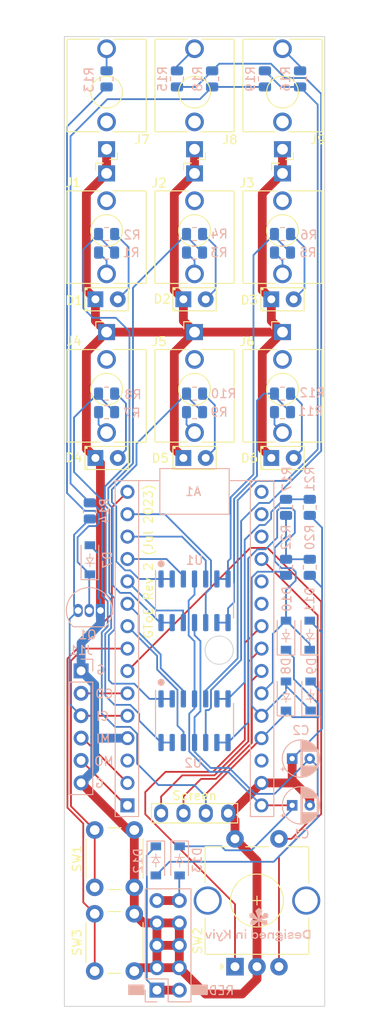
<source format=kicad_pcb>
(kicad_pcb (version 20211014) (generator pcbnew)

  (general
    (thickness 1.6)
  )

  (paper "A4")
  (layers
    (0 "F.Cu" signal)
    (31 "B.Cu" signal)
    (32 "B.Adhes" user "B.Adhesive")
    (33 "F.Adhes" user "F.Adhesive")
    (34 "B.Paste" user)
    (35 "F.Paste" user)
    (36 "B.SilkS" user "B.Silkscreen")
    (37 "F.SilkS" user "F.Silkscreen")
    (38 "B.Mask" user)
    (39 "F.Mask" user)
    (40 "Dwgs.User" user "User.Drawings")
    (41 "Cmts.User" user "User.Comments")
    (42 "Eco1.User" user "User.Eco1")
    (43 "Eco2.User" user "User.Eco2")
    (44 "Edge.Cuts" user)
    (45 "Margin" user)
    (46 "B.CrtYd" user "B.Courtyard")
    (47 "F.CrtYd" user "F.Courtyard")
    (48 "B.Fab" user)
    (49 "F.Fab" user)
    (50 "User.1" user)
    (51 "User.2" user)
    (52 "User.3" user)
    (53 "User.4" user)
    (54 "User.5" user)
    (55 "User.6" user)
    (56 "User.7" user)
    (57 "User.8" user)
    (58 "User.9" user)
  )

  (setup
    (stackup
      (layer "F.SilkS" (type "Top Silk Screen"))
      (layer "F.Paste" (type "Top Solder Paste"))
      (layer "F.Mask" (type "Top Solder Mask") (thickness 0.01))
      (layer "F.Cu" (type "copper") (thickness 0.035))
      (layer "dielectric 1" (type "core") (thickness 1.51) (material "FR4") (epsilon_r 4.5) (loss_tangent 0.02))
      (layer "B.Cu" (type "copper") (thickness 0.035))
      (layer "B.Mask" (type "Bottom Solder Mask") (thickness 0.01))
      (layer "B.Paste" (type "Bottom Solder Paste"))
      (layer "B.SilkS" (type "Bottom Silk Screen"))
      (copper_finish "None")
      (dielectric_constraints no)
    )
    (pad_to_mask_clearance 0)
    (aux_axis_origin 100 40)
    (pcbplotparams
      (layerselection 0x00010f0_ffffffff)
      (disableapertmacros false)
      (usegerberextensions false)
      (usegerberattributes true)
      (usegerberadvancedattributes true)
      (creategerberjobfile true)
      (svguseinch false)
      (svgprecision 6)
      (excludeedgelayer true)
      (plotframeref false)
      (viasonmask false)
      (mode 1)
      (useauxorigin false)
      (hpglpennumber 1)
      (hpglpenspeed 20)
      (hpglpendiameter 15.000000)
      (dxfpolygonmode true)
      (dxfimperialunits true)
      (dxfusepcbnewfont true)
      (psnegative false)
      (psa4output false)
      (plotreference true)
      (plotvalue true)
      (plotinvisibletext false)
      (sketchpadsonfab false)
      (subtractmaskfromsilk false)
      (outputformat 1)
      (mirror false)
      (drillshape 0)
      (scaleselection 1)
      (outputdirectory "Board Gerbers rev2/")
    )
  )

  (net 0 "")
  (net 1 "Serial Out")
  (net 2 "Serial In")
  (net 3 "unconnected-(A1-Pad3)")
  (net 4 "GND")
  (net 5 "DIGITAL INPUT")
  (net 6 "ENC_D2")
  (net 7 "ENC_D1")
  (net 8 "Channel 1")
  (net 9 "Channel 3")
  (net 10 "Channel 4")
  (net 11 "Channel 6")
  (net 12 "START STOP BTN")
  (net 13 "SHIFT BTN")
  (net 14 "24ppqn OUT")
  (net 15 "unconnected-(A1-Pad17)")
  (net 16 "unconnected-(A1-Pad18)")
  (net 17 "unconnected-(A1-Pad20)")
  (net 18 "unconnected-(A1-Pad21)")
  (net 19 "ENC_BTN")
  (net 20 "I2C SDA")
  (net 21 "I2C SCL")
  (net 22 "+5V")
  (net 23 "unconnected-(A1-Pad28)")
  (net 24 "+12V")
  (net 25 "Net-(D1-Pad2)")
  (net 26 "Net-(D2-Pad2)")
  (net 27 "Net-(D3-Pad2)")
  (net 28 "Net-(D4-Pad2)")
  (net 29 "Net-(D5-Pad2)")
  (net 30 "Net-(D6-Pad2)")
  (net 31 "Net-(D7-Pad1)")
  (net 32 "Net-(J1-PadT)")
  (net 33 "unconnected-(J1-PadTN)")
  (net 34 "Net-(J2-PadT)")
  (net 35 "unconnected-(J2-PadTN)")
  (net 36 "Net-(J3-PadT)")
  (net 37 "unconnected-(J3-PadTN)")
  (net 38 "Net-(J4-PadT)")
  (net 39 "unconnected-(J4-PadTN)")
  (net 40 "Net-(J5-PadT)")
  (net 41 "unconnected-(J5-PadTN)")
  (net 42 "Net-(J6-PadT)")
  (net 43 "unconnected-(J6-PadTN)")
  (net 44 "Net-(J7-PadT)")
  (net 45 "unconnected-(J7-PadTN)")
  (net 46 "Net-(J8-PadT)")
  (net 47 "unconnected-(J8-PadTN)")
  (net 48 "Net-(J9-PadT)")
  (net 49 "unconnected-(J9-PadTN)")
  (net 50 "CV2 INPUT")
  (net 51 "-12V")
  (net 52 "CV1 INPUT")
  (net 53 "unconnected-(A1-Pad16)")
  (net 54 "Net-(D12-Pad1)")
  (net 55 "Net-(D13-Pad2)")
  (net 56 "Net-(R1-Pad1)")
  (net 57 "Net-(R3-Pad1)")
  (net 58 "Net-(R5-Pad1)")
  (net 59 "Net-(R7-Pad1)")
  (net 60 "Net-(R10-Pad2)")
  (net 61 "Net-(R11-Pad1)")
  (net 62 "Net-(R17-Pad2)")
  (net 63 "Net-(R15-Pad2)")
  (net 64 "Net-(R16-Pad2)")
  (net 65 "Net-(R20-Pad1)")
  (net 66 "Channel 2")
  (net 67 "Channel 5")

  (footprint "gtoe:thonkiconn" (layer "F.Cu") (at 124.8 46.3 180))

  (footprint "gtoe:button" (layer "F.Cu") (at 105.7 142.75 90))

  (footprint "gtoe:FlatTopLed" (layer "F.Cu") (at 114.8 87.8))

  (footprint "gtoe:thonkiconn" (layer "F.Cu") (at 114.8 62))

  (footprint "gtoe:I2C SSD1306" (layer "F.Cu") (at 114.8 115.6 180))

  (footprint "gtoe:thonkiconn" (layer "F.Cu") (at 114.8 80))

  (footprint "gtoe:FlatTopLed" (layer "F.Cu") (at 104.8 87.8))

  (footprint "gtoe:FlatTopLed" (layer "F.Cu") (at 124.8 69.8))

  (footprint "gtoe:thonkiconn" (layer "F.Cu") (at 124.8 62))

  (footprint "gtoe:FlatTopLed" (layer "F.Cu") (at 114.8 69.8))

  (footprint "gtoe:SwitchEncoder" (layer "F.Cu") (at 121.9 138 90))

  (footprint "gtoe:thonkiconn" (layer "F.Cu") (at 114.8 46.3 180))

  (footprint "gtoe:thonkiconn" (layer "F.Cu") (at 124.8 80))

  (footprint "gtoe:thonkiconn" (layer "F.Cu") (at 104.8 62))

  (footprint "gtoe:FlatTopLed" (layer "F.Cu") (at 124.8 87.8))

  (footprint "gtoe:FlatTopLed" (layer "F.Cu") (at 104.8 69.8))

  (footprint "gtoe:thonkiconn" (layer "F.Cu") (at 104.8 80))

  (footprint "gtoe:thonkiconn" (layer "F.Cu") (at 104.8 46.3 180))

  (footprint "gtoe:button" (layer "F.Cu") (at 105.7 133.25 90))

  (footprint "Diode_SMD:D_SOD-123" (layer "B.Cu") (at 113.1 133.5 -90))

  (footprint "Resistor_SMD:R_0805_2012Metric" (layer "B.Cu") (at 122.8 44.8 -90))

  (footprint "Capacitor_THT:CP_Radial_D4.0mm_P2.00mm" (layer "B.Cu") (at 125.9 127.2))

  (footprint "Diode_SMD:D_SOD-123" (layer "B.Cu") (at 128 114.8 90))

  (footprint "Diode_SMD:D_SOD-123" (layer "B.Cu") (at 127.9 107.9 90))

  (footprint "Resistor_SMD:R_0805_2012Metric" (layer "B.Cu") (at 114.8 82.6 180))

  (footprint "Diode_SMD:D_SOD-123" (layer "B.Cu") (at 110.4 133.5 -90))

  (footprint "Resistor_SMD:R_0805_2012Metric" (layer "B.Cu") (at 114.8 64.5 180))

  (footprint "Package_SO:SO-14_3.9x8.65mm_P1.27mm" (layer "B.Cu") (at 114.8 117.6 -90))

  (footprint "gtoe:Arduino_Nano (adjusted courtyard)" (layer "B.Cu") (at 114.8 112))

  (footprint "Resistor_SMD:R_0805_2012Metric" (layer "B.Cu") (at 104.8 44.8 -90))

  (footprint "Resistor_SMD:R_0805_2012Metric" (layer "B.Cu") (at 104.8 82.6 180))

  (footprint "Resistor_SMD:R_0805_2012Metric" (layer "B.Cu") (at 124.8 80.5 180))

  (footprint "Resistor_SMD:R_0805_2012Metric" (layer "B.Cu") (at 114.8 80.5 180))

  (footprint "Resistor_SMD:R_0805_2012Metric" (layer "B.Cu") (at 102.9 93.8 90))

  (footprint "Resistor_SMD:R_0805_2012Metric" (layer "B.Cu") (at 125.2 100.2 90))

  (footprint "Resistor_SMD:R_0805_2012Metric" (layer "B.Cu") (at 116.8 44.8 -90))

  (footprint "Connector_PinHeader_2.54mm:PinHeader_1x06_P2.54mm_Vertical" (layer "B.Cu") (at 101.9 111.95 180))

  (footprint "Resistor_SMD:R_0805_2012Metric" (layer "B.Cu") (at 104.8 62.4 180))

  (footprint "Resistor_SMD:R_0805_2012Metric" (layer "B.Cu") (at 124.8 64.5 180))

  (footprint "Resistor_SMD:R_0805_2012Metric" (layer "B.Cu") (at 124.8 82.6 180))

  (footprint "Resistor_SMD:R_0805_2012Metric" (layer "B.Cu") (at 127.9 100.2 -90))

  (footprint "Capacitor_THT:CP_Radial_D4.0mm_P2.00mm" (layer "B.Cu")
    (tedit 5AE50EF0) (tstamp 92d2b063-112e-4f9c-9bb4-b431b473765a)
    (at 125.9 121.9)
    (descr "CP, Radial series, Radial, pin pitch=2.00mm, , diameter=4mm, Electrolytic Capacitor")
    (tags "CP Radial series Radial pin pitch 2.00mm  diameter 4mm Electrolytic Capacitor")
    (property "Sheetfile" "gtoe.kicad_sch")
    (property "Sheetname" "")
    (path "/87c70d75-b506-468f-8e8e-9bbc54fba500")
    (attr through_hole)
    (fp_text reference "C2" (at 1 -3.2) (layer "B.SilkS")
      (effects (font (size 1 1) (thickness 0.15)) (justify mirror))
      (tstamp dc54d08b-e603-4f3e-b50b-783645b2664c)
    )
    (fp_text value "10uF" (at 1 -3.25) (layer "B.Fab")
      (effects (font (size 1 1) (thickness 0.15)) (justify mirror))
      (tstamp e1ac3c69-be49-4a9c-9389-7c357cf25214)
    )
    (fp_text user "${REFERENCE}" (at 1 0) (layer "B.Fab")
      (effects (font (size 0.8 0.8) (thickness 0.12)) (justify mirror))
      (tstamp db2c95dc-a7ee-4f40-8dfd-74d9caf2e1af)
    )
    (fp_line (start 1.841 1.907) (end 1.841 0.84) (layer "B.SilkS") (width 0.12) (tstamp 001241f2-19e4-4175-a4fb-6c9fbc166f7e))
    (fp_line (start 1.721 1.954) (end 1.721 0.84) (layer "B.SilkS") (width 0.12) (tstamp 0965e432-ff66-41c9-b521-40e33cfa3e7c))
    (fp_line (start 2.521 -0.84) (end 2.521 -1.438) (layer "B.SilkS") (width 0.12) (tstamp 0a3b4109-42d6-4af2-bc6d-fca35363395f))
    (fp_line (start 1.2 2.071) (end 1.2 0.84) (layer "B.SilkS") (width 0.12) (tstamp 0af6b790-08b6-490f-b1d8-c7c5381217f4))
    (fp_line (start 1.841 -0.84) (end 1.841 -1.907) (layer "B.SilkS") (width 0.12) (tstamp 0e1204b9-6991-4231-8620-de0b9c29d9cd))
    (fp_line (start 2.161 -0.84) (end 2.161 -1.735) (layer "B.SilkS") (width 0.12) (tstamp 0fdfe7d9-2fe1-42e4-a5b9-034ba5ff7d47))
    (fp_line (start 1.4 2.042) (end 1.4 0.84) (layer "B.SilkS") (width 0.12) (tstamp 11bfd39d-2884-4c8c-84d6-684ed73f9168))
    (fp_line (start 1.68 -0.84) (end 1.68 -1.968) (layer "B.SilkS") (width 0.12) (tstamp 13397254-d61a-4147-87fb-c6828248d5ba))
    (fp_line (start 1.6 1.994) (end 1.6 0.84) (layer "B.SilkS") (width 0.12) (tstamp 16b27dac-9cc6-4d22-a269-c9760c193f15))
    (fp_line (start 2.241 1.68) (end 2.241 0.84) (layer "B.SilkS") (width 0.12) (tstamp 17cd7caa-5458-43ab-8335-846c939e1ba5))
    (fp_line (start 1.12 2.077) (end 1.12 -2.077) (layer "B.SilkS") (width 0.12) (tstamp 18dfd2fb-092c-4412-96c9-be93ae0aef15))
    (fp_line (start 1.04 2.08) (end 1.04 -2.08) (layer "B.SilkS") (width 0.12) (tstamp 18ee8269-d8c5-47da-bf49-377e33b08149))
    (fp_line (start 2.441 -0.84) (end 2.441 -1.516) (layer "B.SilkS") (width 0.12) (tstamp 19178823-95c7-434d-8879-824b04683058))
    (fp_line (start 1.36 -0.84) (end 1.36 -2.05) (layer "B.SilkS") (width 0.12) (tstamp 1ffe666d-fff3-4ed1-9f09-5cd80a608ffc))
    (fp_line (start 2.321 -0.84) (end 2.321 -1.619) (layer "B.SilkS") (width 0.12) (tstamp 202fe87f-af58-4146-b9bd-6cb4f077cdf3))
    (fp_line (start -1.069801 1.395) (end -1.069801 0.995) (layer "B.SilkS") (width 0.12) (tstamp 24863ca5-ae97-473f-b04c-fcb4630284cd))
    (fp_line (start 1.881 -0.84) (end 1.881 -1.889) (layer "B.SilkS") (width 0.12) (tstamp 267603b6-60c8-4ece-ad02-c8fad8490639))
    (fp_line (start 2.601 1.351) (end 2.601 0.84) (layer "B.SilkS") (width 0.12) (tstamp 2989862e-5f79-4aa9-8693-da59ee952045))
    (fp_line (start 1.44 2.034) (end 1.44 0.84) (layer "B.SilkS") (width 0.12) (tstamp 2c0791ea-51cf-488c-a444-893f214693a2))
    (fp_line (start 2.041 1.808) (end 2.041 0.84) (layer "B.SilkS") (width 0.12) (tstamp 322af50b-cf4b-4fd5-9870-8446bd760035))
    (fp_line (start 2.281 -0.84) (end 2.281 -1.65) (layer "B.SilkS") (width 0.12) (tstamp 33fa8e12-cb97-4d5b-9fff-25722016799e))
    (fp_line (start 2.801 1.08) (end 2.801 0.84) (layer "B.SilkS") (width 0.12) (tstamp 3506a90c-fe32-4bb0-a792-96fd1b319551))
    (fp_line (start 2.041 -0.84) (end 2.041 -1.808) (layer "B.SilkS") (width 0.12) (tstamp 38911cb9-a508-4476-aaf2-83ee2e910ac5))
    (fp_line (start 2.641 -0.84) (end 2.641 -1.304) (layer "B.SilkS") (width 0.12) (tstamp 3b70e20f-0db8-4aec-8275-28eeb05a7854))
    (fp_line (start 1.28 2.062) (end 1.28 0.84) (layer "B.SilkS") (width 0.12) (tstamp 4124bec1-8807-4ca3-a72c-6e15b569bd95))
    (fp_line (start 1.64 -0.84) (end 1.64 -1.982) (layer "B.SilkS") (width 0.12) (tstamp 41357696-82dc-402a-9a04-7052d38a36d5))
    (fp_line (start 2.081 1.785) (end 2.081 0.84) (layer "B.SilkS") (width 0.12) (tstamp 48bceacb-bc04-4eb9-a63c-6f896186b75a))
    (fp_line (start 2.401 -0.84) (end 2.401 -1.552) (layer "B.SilkS") (width 0.12) (tstamp 51a7610a-6aba-4f31-8bfa-cbfa7c925c6c))
    (fp_line (start 2.361 1.587) (end 2.361 0.84) (layer "B.SilkS") (width 0.12) (tstamp 524f8ec4-3cbf-4c2b-b96c-5022da9167bc))
    (fp_line (start 1.24 2.067) (end 1.24 0.84) (layer "B.SilkS") (width 0.12) (tstamp 53b2b101-e409-4637-92cc-e2f24b8b1aad))
    (fp_line (start 2.001 1.83) (end 2.001 0.84) (layer "B.SilkS") (width 0.12) (tstamp 5488e5c2-37dc-49bc-9432-71cedb2851c3))
    (fp_line (start 2.281 1.65) (end 2.281 0.84) (layer "B.SilkS") (width 0.12) (tstamp 55a85213-df35-4d43-bf81-94e47cef6dad))
    (fp_line (start 1.64 1.982) (end 1.64 0.84) (layer "B.SilkS") (width 0.12) (tstamp 56cd711d-35db-463d-9254-2f67aa5f5634))
    (fp_line (start 1.52 2.016) (end 1.52 0.84) (layer "B.SilkS") (width 0.12) (tstamp 59eddaef-938c-463e-8eb6-28623d37009d))
    (fp_line (start 1.801 1.924) (end 1.801 0.84) (layer "B.SilkS") (width 0.12) (tstamp 5e2f85b3-e82a-4c96-87c7-077a55a77524))
    (fp_line (start 2.601 -0.84) (end 2.601 -1.351) (layer "B.SilkS") (width 0.12) (tstamp 65b677fb-0466-4c17-8cea-4f3a7161fed6))
    (fp_line (start 2.361 -0.84) (end 2.361 -1.587) (l
... [234829 chars truncated]
</source>
